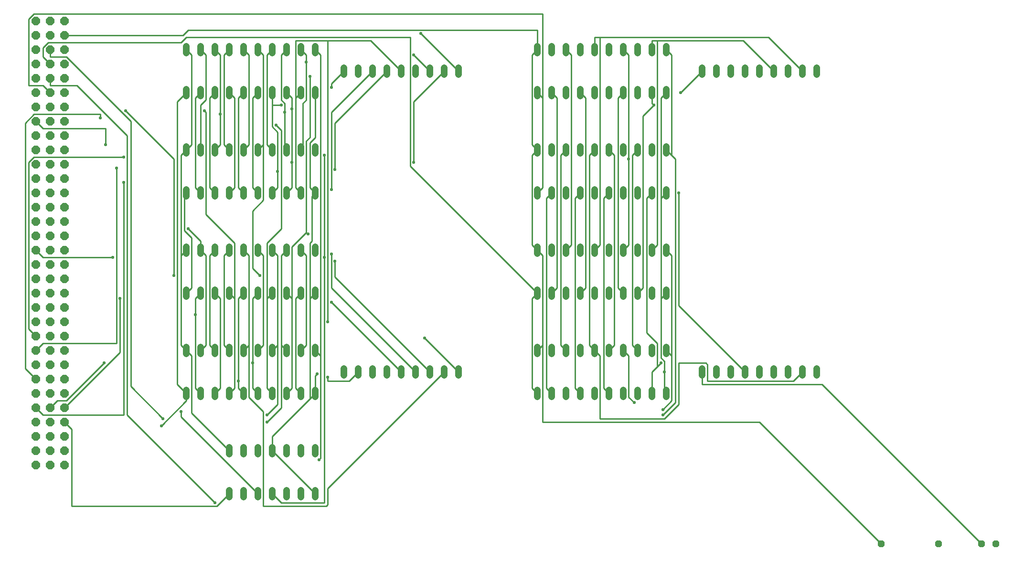
<source format=gbr>
G04 EAGLE Gerber RS-274X export*
G75*
%MOMM*%
%FSLAX34Y34*%
%LPD*%
%INBottom Copper*%
%IPPOS*%
%AMOC8*
5,1,8,0,0,1.08239X$1,22.5*%
G01*
%ADD10P,1.649562X8X202.500000*%
%ADD11P,1.319650X8X202.500000*%
%ADD12C,1.219200*%
%ADD13C,0.254000*%
%ADD14C,0.558800*%


D10*
X50800Y177800D03*
X50800Y203200D03*
X50800Y228600D03*
X50800Y254000D03*
X50800Y279400D03*
X50800Y304800D03*
X50800Y330200D03*
X50800Y355600D03*
X50800Y381000D03*
X50800Y406400D03*
X50800Y431800D03*
X50800Y457200D03*
X50800Y482600D03*
X50800Y508000D03*
X50800Y533400D03*
X50800Y558800D03*
X76200Y177800D03*
X76200Y203200D03*
X76200Y228600D03*
X76200Y254000D03*
X76200Y279400D03*
X76200Y304800D03*
X76200Y330200D03*
X76200Y355600D03*
X76200Y381000D03*
X76200Y406400D03*
X76200Y431800D03*
X76200Y457200D03*
X76200Y482600D03*
X76200Y508000D03*
X76200Y533400D03*
X76200Y558800D03*
X101600Y177800D03*
X101600Y203200D03*
X101600Y228600D03*
X101600Y254000D03*
X101600Y279400D03*
X101600Y304800D03*
X101600Y330200D03*
X101600Y355600D03*
X101600Y381000D03*
X101600Y406400D03*
X101600Y431800D03*
X101600Y457200D03*
X101600Y482600D03*
X101600Y508000D03*
X101600Y533400D03*
X101600Y558800D03*
X50800Y584200D03*
X50800Y609600D03*
X50800Y635000D03*
X50800Y660400D03*
X50800Y685800D03*
X50800Y711200D03*
X50800Y736600D03*
X50800Y762000D03*
X50800Y787400D03*
X50800Y812800D03*
X50800Y838200D03*
X50800Y863600D03*
X50800Y889000D03*
X50800Y914400D03*
X50800Y939800D03*
X50800Y965200D03*
X76200Y584200D03*
X76200Y609600D03*
X76200Y635000D03*
X76200Y660400D03*
X76200Y685800D03*
X76200Y711200D03*
X76200Y736600D03*
X76200Y762000D03*
X76200Y787400D03*
X76200Y812800D03*
X76200Y838200D03*
X76200Y863600D03*
X76200Y889000D03*
X76200Y914400D03*
X76200Y939800D03*
X76200Y965200D03*
X101600Y584200D03*
X101600Y609600D03*
X101600Y635000D03*
X101600Y660400D03*
X101600Y685800D03*
X101600Y711200D03*
X101600Y736600D03*
X101600Y762000D03*
X101600Y787400D03*
X101600Y812800D03*
X101600Y838200D03*
X101600Y863600D03*
X101600Y889000D03*
X101600Y914400D03*
X101600Y939800D03*
X101600Y965200D03*
D11*
X1752600Y38100D03*
X1727200Y38100D03*
X1651000Y38100D03*
X1549400Y38100D03*
D12*
X317500Y832104D02*
X317500Y844296D01*
X342900Y844296D02*
X342900Y832104D01*
X469900Y832104D02*
X469900Y844296D01*
X495300Y844296D02*
X495300Y832104D01*
X368300Y832104D02*
X368300Y844296D01*
X393700Y844296D02*
X393700Y832104D01*
X444500Y832104D02*
X444500Y844296D01*
X419100Y844296D02*
X419100Y832104D01*
X520700Y832104D02*
X520700Y844296D01*
X546100Y844296D02*
X546100Y832104D01*
X546100Y908304D02*
X546100Y920496D01*
X520700Y920496D02*
X520700Y908304D01*
X495300Y908304D02*
X495300Y920496D01*
X469900Y920496D02*
X469900Y908304D01*
X444500Y908304D02*
X444500Y920496D01*
X419100Y920496D02*
X419100Y908304D01*
X393700Y908304D02*
X393700Y920496D01*
X368300Y920496D02*
X368300Y908304D01*
X342900Y908304D02*
X342900Y920496D01*
X317500Y920496D02*
X317500Y908304D01*
X317500Y310896D02*
X317500Y298704D01*
X342900Y298704D02*
X342900Y310896D01*
X469900Y310896D02*
X469900Y298704D01*
X495300Y298704D02*
X495300Y310896D01*
X368300Y310896D02*
X368300Y298704D01*
X393700Y298704D02*
X393700Y310896D01*
X444500Y310896D02*
X444500Y298704D01*
X419100Y298704D02*
X419100Y310896D01*
X520700Y310896D02*
X520700Y298704D01*
X546100Y298704D02*
X546100Y310896D01*
X546100Y374904D02*
X546100Y387096D01*
X520700Y387096D02*
X520700Y374904D01*
X495300Y374904D02*
X495300Y387096D01*
X469900Y387096D02*
X469900Y374904D01*
X444500Y374904D02*
X444500Y387096D01*
X419100Y387096D02*
X419100Y374904D01*
X393700Y374904D02*
X393700Y387096D01*
X368300Y387096D02*
X368300Y374904D01*
X342900Y374904D02*
X342900Y387096D01*
X317500Y387096D02*
X317500Y374904D01*
X317500Y654304D02*
X317500Y666496D01*
X342900Y666496D02*
X342900Y654304D01*
X469900Y654304D02*
X469900Y666496D01*
X495300Y666496D02*
X495300Y654304D01*
X368300Y654304D02*
X368300Y666496D01*
X393700Y666496D02*
X393700Y654304D01*
X444500Y654304D02*
X444500Y666496D01*
X419100Y666496D02*
X419100Y654304D01*
X520700Y654304D02*
X520700Y666496D01*
X546100Y666496D02*
X546100Y654304D01*
X546100Y730504D02*
X546100Y742696D01*
X520700Y742696D02*
X520700Y730504D01*
X495300Y730504D02*
X495300Y742696D01*
X469900Y742696D02*
X469900Y730504D01*
X444500Y730504D02*
X444500Y742696D01*
X419100Y742696D02*
X419100Y730504D01*
X393700Y730504D02*
X393700Y742696D01*
X368300Y742696D02*
X368300Y730504D01*
X342900Y730504D02*
X342900Y742696D01*
X317500Y742696D02*
X317500Y730504D01*
X317500Y488696D02*
X317500Y476504D01*
X342900Y476504D02*
X342900Y488696D01*
X469900Y488696D02*
X469900Y476504D01*
X495300Y476504D02*
X495300Y488696D01*
X368300Y488696D02*
X368300Y476504D01*
X393700Y476504D02*
X393700Y488696D01*
X444500Y488696D02*
X444500Y476504D01*
X419100Y476504D02*
X419100Y488696D01*
X520700Y488696D02*
X520700Y476504D01*
X546100Y476504D02*
X546100Y488696D01*
X546100Y552704D02*
X546100Y564896D01*
X520700Y564896D02*
X520700Y552704D01*
X495300Y552704D02*
X495300Y564896D01*
X469900Y564896D02*
X469900Y552704D01*
X444500Y552704D02*
X444500Y564896D01*
X419100Y564896D02*
X419100Y552704D01*
X393700Y552704D02*
X393700Y564896D01*
X368300Y564896D02*
X368300Y552704D01*
X342900Y552704D02*
X342900Y564896D01*
X317500Y564896D02*
X317500Y552704D01*
X393700Y133096D02*
X393700Y120904D01*
X419100Y120904D02*
X419100Y133096D01*
X546100Y133096D02*
X546100Y120904D01*
X546100Y197104D02*
X546100Y209296D01*
X444500Y133096D02*
X444500Y120904D01*
X469900Y120904D02*
X469900Y133096D01*
X520700Y133096D02*
X520700Y120904D01*
X495300Y120904D02*
X495300Y133096D01*
X520700Y197104D02*
X520700Y209296D01*
X495300Y209296D02*
X495300Y197104D01*
X469900Y197104D02*
X469900Y209296D01*
X444500Y209296D02*
X444500Y197104D01*
X419100Y197104D02*
X419100Y209296D01*
X393700Y209296D02*
X393700Y197104D01*
X596900Y870204D02*
X596900Y882396D01*
X622300Y882396D02*
X622300Y870204D01*
X647700Y870204D02*
X647700Y882396D01*
X673100Y882396D02*
X673100Y870204D01*
X698500Y870204D02*
X698500Y882396D01*
X723900Y882396D02*
X723900Y870204D01*
X749300Y870204D02*
X749300Y882396D01*
X774700Y882396D02*
X774700Y870204D01*
X800100Y870204D02*
X800100Y882396D01*
X596900Y348996D02*
X596900Y336804D01*
X622300Y336804D02*
X622300Y348996D01*
X647700Y348996D02*
X647700Y336804D01*
X673100Y336804D02*
X673100Y348996D01*
X698500Y348996D02*
X698500Y336804D01*
X723900Y336804D02*
X723900Y348996D01*
X749300Y348996D02*
X749300Y336804D01*
X774700Y336804D02*
X774700Y348996D01*
X800100Y348996D02*
X800100Y336804D01*
X939800Y832104D02*
X939800Y844296D01*
X965200Y844296D02*
X965200Y832104D01*
X1092200Y832104D02*
X1092200Y844296D01*
X1117600Y844296D02*
X1117600Y832104D01*
X990600Y832104D02*
X990600Y844296D01*
X1016000Y844296D02*
X1016000Y832104D01*
X1066800Y832104D02*
X1066800Y844296D01*
X1041400Y844296D02*
X1041400Y832104D01*
X1143000Y832104D02*
X1143000Y844296D01*
X1168400Y844296D02*
X1168400Y832104D01*
X1168400Y908304D02*
X1168400Y920496D01*
X1143000Y920496D02*
X1143000Y908304D01*
X1117600Y908304D02*
X1117600Y920496D01*
X1092200Y920496D02*
X1092200Y908304D01*
X1066800Y908304D02*
X1066800Y920496D01*
X1041400Y920496D02*
X1041400Y908304D01*
X1016000Y908304D02*
X1016000Y920496D01*
X990600Y920496D02*
X990600Y908304D01*
X965200Y908304D02*
X965200Y920496D01*
X939800Y920496D02*
X939800Y908304D01*
X939800Y666496D02*
X939800Y654304D01*
X965200Y654304D02*
X965200Y666496D01*
X1092200Y666496D02*
X1092200Y654304D01*
X1117600Y654304D02*
X1117600Y666496D01*
X990600Y666496D02*
X990600Y654304D01*
X1016000Y654304D02*
X1016000Y666496D01*
X1066800Y666496D02*
X1066800Y654304D01*
X1041400Y654304D02*
X1041400Y666496D01*
X1143000Y666496D02*
X1143000Y654304D01*
X1168400Y654304D02*
X1168400Y666496D01*
X1168400Y730504D02*
X1168400Y742696D01*
X1143000Y742696D02*
X1143000Y730504D01*
X1117600Y730504D02*
X1117600Y742696D01*
X1092200Y742696D02*
X1092200Y730504D01*
X1066800Y730504D02*
X1066800Y742696D01*
X1041400Y742696D02*
X1041400Y730504D01*
X1016000Y730504D02*
X1016000Y742696D01*
X990600Y742696D02*
X990600Y730504D01*
X965200Y730504D02*
X965200Y742696D01*
X939800Y742696D02*
X939800Y730504D01*
X1231900Y870204D02*
X1231900Y882396D01*
X1257300Y882396D02*
X1257300Y870204D01*
X1282700Y870204D02*
X1282700Y882396D01*
X1308100Y882396D02*
X1308100Y870204D01*
X1333500Y870204D02*
X1333500Y882396D01*
X1358900Y882396D02*
X1358900Y870204D01*
X1384300Y870204D02*
X1384300Y882396D01*
X1409700Y882396D02*
X1409700Y870204D01*
X1435100Y870204D02*
X1435100Y882396D01*
X1231900Y348996D02*
X1231900Y336804D01*
X1257300Y336804D02*
X1257300Y348996D01*
X1282700Y348996D02*
X1282700Y336804D01*
X1308100Y336804D02*
X1308100Y348996D01*
X1333500Y348996D02*
X1333500Y336804D01*
X1358900Y336804D02*
X1358900Y348996D01*
X1384300Y348996D02*
X1384300Y336804D01*
X1409700Y336804D02*
X1409700Y348996D01*
X1435100Y348996D02*
X1435100Y336804D01*
X939800Y476504D02*
X939800Y488696D01*
X965200Y488696D02*
X965200Y476504D01*
X1092200Y476504D02*
X1092200Y488696D01*
X1117600Y488696D02*
X1117600Y476504D01*
X990600Y476504D02*
X990600Y488696D01*
X1016000Y488696D02*
X1016000Y476504D01*
X1066800Y476504D02*
X1066800Y488696D01*
X1041400Y488696D02*
X1041400Y476504D01*
X1143000Y476504D02*
X1143000Y488696D01*
X1168400Y488696D02*
X1168400Y476504D01*
X1168400Y552704D02*
X1168400Y564896D01*
X1143000Y564896D02*
X1143000Y552704D01*
X1117600Y552704D02*
X1117600Y564896D01*
X1092200Y564896D02*
X1092200Y552704D01*
X1066800Y552704D02*
X1066800Y564896D01*
X1041400Y564896D02*
X1041400Y552704D01*
X1016000Y552704D02*
X1016000Y564896D01*
X990600Y564896D02*
X990600Y552704D01*
X965200Y552704D02*
X965200Y564896D01*
X939800Y564896D02*
X939800Y552704D01*
X939800Y310896D02*
X939800Y298704D01*
X965200Y298704D02*
X965200Y310896D01*
X1092200Y310896D02*
X1092200Y298704D01*
X1117600Y298704D02*
X1117600Y310896D01*
X990600Y310896D02*
X990600Y298704D01*
X1016000Y298704D02*
X1016000Y310896D01*
X1066800Y310896D02*
X1066800Y298704D01*
X1041400Y298704D02*
X1041400Y310896D01*
X1143000Y310896D02*
X1143000Y298704D01*
X1168400Y298704D02*
X1168400Y310896D01*
X1168400Y374904D02*
X1168400Y387096D01*
X1143000Y387096D02*
X1143000Y374904D01*
X1117600Y374904D02*
X1117600Y387096D01*
X1092200Y387096D02*
X1092200Y374904D01*
X1066800Y374904D02*
X1066800Y387096D01*
X1041400Y387096D02*
X1041400Y374904D01*
X1016000Y374904D02*
X1016000Y387096D01*
X990600Y387096D02*
X990600Y374904D01*
X965200Y374904D02*
X965200Y387096D01*
X939800Y387096D02*
X939800Y374904D01*
D13*
X546100Y660400D02*
X536575Y669925D01*
X536575Y749300D01*
X546100Y758825D01*
X546100Y838200D01*
X574675Y854075D02*
X596900Y876300D01*
X574675Y854075D02*
X574675Y847725D01*
X469900Y203200D02*
X546100Y127000D01*
X469900Y228600D02*
X536575Y295275D01*
X546100Y304800D01*
X469900Y228600D02*
X469900Y203200D01*
X546100Y336550D02*
X549275Y339725D01*
X546100Y336550D02*
X546100Y304800D01*
X536575Y473075D02*
X546100Y482600D01*
X536575Y473075D02*
X536575Y295275D01*
X539750Y654050D02*
X546100Y660400D01*
X539750Y654050D02*
X539750Y574675D01*
X536575Y571500D01*
X536575Y473075D01*
X1165225Y307975D02*
X1168400Y304800D01*
X1165225Y342900D02*
X1165225Y361950D01*
X1165225Y342900D02*
X1165225Y307975D01*
X1165225Y361950D02*
X1158875Y368300D01*
X1158875Y473075D01*
X1168400Y482600D01*
X1444625Y320675D02*
X1727200Y38100D01*
X1444625Y320675D02*
X1231900Y320675D01*
X1231900Y342900D01*
X1158875Y650875D02*
X1168400Y660400D01*
X1158875Y650875D02*
X1158875Y473075D01*
X1158875Y828675D02*
X1168400Y838200D01*
X1158875Y828675D02*
X1158875Y650875D01*
X1193800Y838200D02*
X1231900Y876300D01*
D14*
X574675Y847725D03*
X549275Y339725D03*
X1165225Y342900D03*
X1193800Y838200D03*
D13*
X317500Y381000D02*
X307975Y390525D01*
X307975Y549275D01*
X317500Y558800D01*
X327025Y269875D02*
X393700Y203200D01*
X327025Y269875D02*
X327025Y371475D01*
X317500Y381000D01*
X307975Y727075D02*
X317500Y736600D01*
X307975Y727075D02*
X307975Y549275D01*
X327025Y904875D02*
X317500Y914400D01*
X327025Y904875D02*
X327025Y746125D01*
X317500Y736600D01*
X930275Y746125D02*
X939800Y736600D01*
X930275Y746125D02*
X930275Y904875D01*
X939800Y914400D01*
X949325Y390525D02*
X939800Y381000D01*
X949325Y390525D02*
X949325Y549275D01*
X939800Y558800D01*
X1333500Y254000D02*
X1549400Y38100D01*
X1333500Y254000D02*
X949325Y254000D01*
X949325Y390525D01*
X930275Y727075D02*
X939800Y736600D01*
X930275Y727075D02*
X930275Y568325D01*
X939800Y558800D01*
X311150Y939800D02*
X101600Y939800D01*
X311150Y939800D02*
X320675Y949325D01*
X939800Y949325D01*
X939800Y914400D01*
X368300Y660400D02*
X358775Y669925D01*
X358775Y828675D01*
X368300Y838200D01*
X965200Y482600D02*
X974725Y492125D01*
X974725Y828675D01*
X965200Y838200D01*
X403225Y669925D02*
X393700Y660400D01*
X403225Y669925D02*
X403225Y828675D01*
X393700Y838200D01*
X1016000Y482600D02*
X1025525Y492125D01*
X1025525Y828675D01*
X1016000Y838200D01*
X1143000Y819150D02*
X1146175Y815975D01*
X1143000Y819150D02*
X1143000Y838200D01*
X1127125Y492125D02*
X1117600Y482600D01*
X1127125Y492125D02*
X1127125Y796925D01*
X1146175Y815975D01*
X504825Y669925D02*
X495300Y660400D01*
X504825Y809625D02*
X504825Y828675D01*
X504825Y809625D02*
X504825Y714375D01*
X504825Y669925D01*
X504825Y828675D02*
X495300Y838200D01*
D14*
X1146175Y815975D03*
X504825Y714375D03*
X504825Y809625D03*
D13*
X1304925Y930275D02*
X1358900Y876300D01*
X1152525Y930275D02*
X1143000Y930275D01*
X1152525Y930275D02*
X1304925Y930275D01*
X1143000Y930275D02*
X1143000Y914400D01*
X1152525Y568325D02*
X1143000Y558800D01*
X1152525Y568325D02*
X1152525Y930275D01*
X495300Y736600D02*
X492125Y739775D01*
X492125Y803275D02*
X492125Y819150D01*
X492125Y803275D02*
X492125Y739775D01*
X492125Y819150D02*
X485775Y825500D01*
X485775Y904875D01*
X495300Y914400D01*
D14*
X492125Y803275D03*
D13*
X460375Y746125D02*
X469900Y736600D01*
X460375Y746125D02*
X460375Y904875D01*
X469900Y914400D01*
X1092200Y558800D02*
X1101725Y568325D01*
X1101725Y720725D02*
X1101725Y904875D01*
X1101725Y720725D02*
X1101725Y568325D01*
X1101725Y904875D02*
X1092200Y914400D01*
D14*
X1101725Y720725D03*
D13*
X393700Y736600D02*
X384175Y746125D01*
X384175Y904875D01*
X393700Y914400D01*
X63500Y774700D02*
X50800Y787400D01*
X63500Y774700D02*
X174625Y774700D01*
X174625Y746125D01*
X1349375Y936625D02*
X1409700Y876300D01*
X1050925Y936625D02*
X1041400Y936625D01*
X1050925Y936625D02*
X1349375Y936625D01*
X1041400Y936625D02*
X1041400Y914400D01*
X1050925Y568325D02*
X1041400Y558800D01*
X1050925Y568325D02*
X1050925Y936625D01*
D14*
X174625Y746125D03*
D13*
X1006475Y650875D02*
X1016000Y660400D01*
X1006475Y650875D02*
X1006475Y314325D01*
X1016000Y304800D01*
X403225Y314325D02*
X393700Y304800D01*
X403225Y314325D02*
X403225Y473075D01*
X393700Y482600D01*
X352425Y803275D02*
X349250Y806450D01*
X352425Y803275D02*
X352425Y622300D01*
X403225Y571500D01*
X403225Y473075D01*
D14*
X349250Y806450D03*
D13*
X1190625Y460375D02*
X1308100Y342900D01*
X1190625Y460375D02*
X1190625Y660400D01*
X1057275Y314325D02*
X1066800Y304800D01*
X1057275Y314325D02*
X1057275Y650875D01*
X1066800Y660400D01*
X469900Y304800D02*
X460375Y314325D01*
X460375Y473075D01*
X469900Y482600D01*
X485775Y771525D02*
X476250Y781050D01*
X485775Y771525D02*
X485775Y596900D01*
X460375Y571500D01*
X460375Y473075D01*
D14*
X1190625Y660400D03*
X476250Y781050D03*
D13*
X1143000Y342900D02*
X1152525Y352425D01*
X1158875Y358775D01*
X1143000Y342900D02*
X1143000Y304800D01*
X1133475Y650875D02*
X1143000Y660400D01*
X1133475Y650875D02*
X1133475Y412750D01*
X1152525Y393700D01*
X1152525Y352425D01*
X504825Y314325D02*
X495300Y304800D01*
X504825Y314325D02*
X504825Y473075D01*
X495300Y482600D01*
X536575Y758825D02*
X536575Y866775D01*
X536575Y758825D02*
X530225Y752475D01*
X530225Y590550D01*
X504825Y565150D01*
X504825Y473075D01*
X533400Y587375D02*
X530225Y590550D01*
D14*
X1158875Y358775D03*
X536575Y866775D03*
X533400Y587375D03*
D13*
X1108075Y727075D02*
X1117600Y736600D01*
X1108075Y727075D02*
X1108075Y390525D01*
X1117600Y381000D01*
X495300Y381000D02*
X485775Y390525D01*
X485775Y549275D01*
X495300Y558800D01*
X485775Y279400D02*
X460375Y254000D01*
X485775Y279400D02*
X485775Y390525D01*
D14*
X460375Y254000D03*
D13*
X469900Y381000D02*
X479425Y390525D01*
X479425Y549275D01*
X469900Y558800D01*
X479425Y285750D02*
X460375Y266700D01*
X479425Y285750D02*
X479425Y390525D01*
X1101725Y298450D02*
X1111250Y288925D01*
X1101725Y298450D02*
X1101725Y371475D01*
X1092200Y381000D01*
X1076325Y727075D02*
X1066800Y736600D01*
X1076325Y727075D02*
X1076325Y390525D01*
X1066800Y381000D01*
D14*
X460375Y266700D03*
X1111250Y288925D03*
D13*
X393700Y381000D02*
X384175Y390525D01*
X384175Y549275D01*
X393700Y558800D01*
X88900Y292100D02*
X76200Y279400D01*
X88900Y292100D02*
X104775Y292100D01*
X171450Y358775D01*
X1393825Y327025D02*
X1409700Y342900D01*
X1393825Y327025D02*
X1241425Y327025D01*
X1241425Y355600D01*
X1238250Y358775D01*
X1190625Y358775D01*
X1190625Y285750D01*
X1165225Y260350D01*
X1050925Y260350D01*
X1050925Y371475D01*
X1041400Y381000D01*
X1031875Y727075D02*
X1041400Y736600D01*
X1031875Y727075D02*
X1031875Y390525D01*
X1041400Y381000D01*
D14*
X171450Y358775D03*
D13*
X358775Y390525D02*
X368300Y381000D01*
X358775Y390525D02*
X358775Y549275D01*
X368300Y558800D01*
X981075Y727075D02*
X990600Y736600D01*
X981075Y727075D02*
X981075Y390525D01*
X990600Y381000D01*
X479425Y669925D02*
X469900Y660400D01*
X479425Y698500D02*
X479425Y768350D01*
X479425Y698500D02*
X479425Y669925D01*
X479425Y768350D02*
X469900Y777875D01*
X469900Y815975D02*
X469900Y838200D01*
X469900Y815975D02*
X469900Y777875D01*
X1082675Y492125D02*
X1092200Y482600D01*
X1082675Y492125D02*
X1082675Y828675D01*
X1092200Y838200D01*
X485775Y815975D02*
X469900Y815975D01*
D14*
X479425Y698500D03*
X485775Y815975D03*
D13*
X377825Y746125D02*
X368300Y736600D01*
X377825Y800100D02*
X377825Y904875D01*
X377825Y800100D02*
X377825Y746125D01*
X377825Y904875D02*
X368300Y914400D01*
X990600Y558800D02*
X1000125Y568325D01*
X1000125Y904875D01*
X990600Y914400D01*
D14*
X377825Y800100D03*
D13*
X955675Y650875D02*
X965200Y660400D01*
X955675Y650875D02*
X955675Y314325D01*
X965200Y304800D01*
X377825Y314325D02*
X368300Y304800D01*
X377825Y314325D02*
X377825Y473075D01*
X368300Y482600D01*
X295275Y720725D02*
X209550Y806450D01*
X295275Y720725D02*
X295275Y514350D01*
D14*
X209550Y806450D03*
X295275Y514350D03*
D13*
X342900Y660400D02*
X333375Y669925D01*
X333375Y828675D01*
X342900Y838200D01*
X409575Y669925D02*
X419100Y660400D01*
X409575Y669925D02*
X409575Y828675D01*
X419100Y838200D01*
X574675Y803275D02*
X647700Y876300D01*
X574675Y803275D02*
X574675Y666750D01*
D14*
X574675Y666750D03*
D13*
X444500Y660400D02*
X434975Y669925D01*
X434975Y828675D01*
X444500Y838200D01*
X581025Y784225D02*
X673100Y876300D01*
X581025Y784225D02*
X581025Y701675D01*
X63500Y266700D02*
X50800Y279400D01*
X63500Y266700D02*
X206375Y266700D01*
X206375Y679450D01*
D14*
X581025Y701675D03*
X206375Y679450D03*
D13*
X511175Y669925D02*
X520700Y660400D01*
X511175Y669925D02*
X511175Y828675D01*
X520700Y838200D01*
X644525Y930275D02*
X698500Y876300D01*
X568325Y930275D02*
X511175Y930275D01*
X568325Y930275D02*
X644525Y930275D01*
X511175Y930275D02*
X511175Y828675D01*
X568325Y930275D02*
X568325Y431800D01*
D14*
X568325Y431800D03*
D13*
X520700Y736600D02*
X523875Y739775D01*
X523875Y819150D01*
X530225Y825500D01*
X530225Y892175D02*
X530225Y904875D01*
X530225Y892175D02*
X530225Y825500D01*
X530225Y904875D02*
X520700Y914400D01*
X31750Y349250D02*
X50800Y330200D01*
X31750Y349250D02*
X31750Y784225D01*
X47625Y800100D01*
X165100Y800100D01*
X165100Y793750D01*
D14*
X530225Y892175D03*
X165100Y793750D03*
D13*
X444500Y736600D02*
X454025Y746125D01*
X454025Y904875D01*
X444500Y914400D01*
X720725Y904875D02*
X749300Y876300D01*
X434975Y527050D02*
X447675Y514350D01*
X434975Y527050D02*
X434975Y628650D01*
X454025Y647700D01*
X454025Y746125D01*
D14*
X720725Y904875D03*
X447675Y514350D03*
D13*
X419100Y736600D02*
X428625Y746125D01*
X428625Y904875D01*
X419100Y914400D01*
X720725Y822325D02*
X774700Y876300D01*
X720725Y822325D02*
X720725Y714375D01*
X63500Y393700D02*
X50800Y381000D01*
X63500Y393700D02*
X193675Y393700D01*
X193675Y704850D01*
D14*
X720725Y714375D03*
X193675Y704850D03*
D13*
X342900Y736600D02*
X342900Y815975D01*
X352425Y825500D01*
X352425Y904875D01*
X342900Y914400D01*
X733425Y942975D02*
X800100Y876300D01*
X50800Y406400D02*
X38100Y419100D01*
X38100Y714375D01*
X47625Y723900D01*
X206375Y723900D01*
D14*
X733425Y942975D03*
X206375Y723900D03*
D13*
X333375Y314325D02*
X342900Y304800D01*
X333375Y444500D02*
X333375Y473075D01*
X333375Y444500D02*
X333375Y314325D01*
X333375Y473075D02*
X342900Y482600D01*
X606425Y327025D02*
X622300Y342900D01*
X606425Y327025D02*
X568325Y327025D01*
X568325Y333375D01*
D14*
X568325Y333375D03*
X333375Y444500D03*
D13*
X409575Y314325D02*
X419100Y304800D01*
X409575Y327025D02*
X409575Y473075D01*
X409575Y327025D02*
X409575Y314325D01*
X409575Y473075D02*
X419100Y482600D01*
D14*
X409575Y327025D03*
D13*
X434975Y314325D02*
X444500Y304800D01*
X434975Y358775D02*
X434975Y473075D01*
X434975Y358775D02*
X434975Y314325D01*
X434975Y473075D02*
X444500Y482600D01*
D14*
X434975Y358775D03*
D13*
X511175Y314325D02*
X520700Y304800D01*
X511175Y314325D02*
X511175Y473075D01*
X520700Y482600D01*
X574675Y466725D02*
X698500Y342900D01*
D14*
X574675Y466725D03*
D13*
X530225Y390525D02*
X520700Y381000D01*
X530225Y390525D02*
X530225Y549275D01*
X520700Y558800D01*
X574675Y492125D02*
X723900Y342900D01*
X574675Y492125D02*
X574675Y552450D01*
D14*
X574675Y552450D03*
D13*
X454025Y390525D02*
X444500Y381000D01*
X454025Y390525D02*
X454025Y549275D01*
X444500Y558800D01*
X581025Y511175D02*
X749300Y342900D01*
X581025Y511175D02*
X581025Y539750D01*
X63500Y546100D02*
X50800Y558800D01*
X63500Y546100D02*
X187325Y546100D01*
D14*
X581025Y539750D03*
X187325Y546100D03*
D13*
X419100Y381000D02*
X428625Y390525D01*
X428625Y549275D01*
X419100Y558800D01*
X774700Y342900D02*
X568325Y136525D01*
X568325Y107950D01*
X565150Y104775D01*
X454025Y104775D01*
X454025Y273050D01*
X428625Y298450D01*
X428625Y390525D01*
X352425Y390525D02*
X342900Y381000D01*
X352425Y390525D02*
X352425Y549275D01*
X342900Y558800D01*
X739775Y403225D02*
X800100Y342900D01*
X342900Y574675D02*
X320675Y596900D01*
X342900Y574675D02*
X342900Y558800D01*
D14*
X739775Y403225D03*
X320675Y596900D03*
D13*
X939800Y660400D02*
X949325Y669925D01*
X949325Y828675D01*
X939800Y838200D01*
X76200Y838200D02*
X63500Y850900D01*
X38100Y850900D01*
X38100Y968375D01*
X47625Y977900D01*
X949325Y977900D01*
X949325Y828675D01*
X930275Y314325D02*
X939800Y304800D01*
X930275Y314325D02*
X930275Y473075D01*
X939800Y482600D01*
X76200Y889000D02*
X63500Y901700D01*
X63500Y917575D01*
X73025Y927100D01*
X307975Y927100D01*
X317500Y936625D01*
X714375Y936625D01*
X714375Y708025D01*
X939800Y482600D01*
X317500Y304800D02*
X301625Y320675D01*
X301625Y822325D01*
X317500Y838200D01*
X317500Y292100D02*
X273050Y247650D01*
X317500Y292100D02*
X317500Y304800D01*
D14*
X273050Y247650D03*
D13*
X393700Y127000D02*
X371475Y104775D01*
X114300Y104775D01*
X114300Y241300D01*
X101600Y254000D01*
X317500Y482600D02*
X327025Y492125D01*
X327025Y581025D01*
X314325Y593725D01*
X314325Y657225D01*
X317500Y660400D01*
X200025Y377825D02*
X101600Y279400D01*
X200025Y377825D02*
X200025Y473075D01*
D14*
X200025Y473075D03*
D13*
X307975Y263525D02*
X444500Y127000D01*
X307975Y263525D02*
X307975Y273050D01*
D14*
X307975Y273050D03*
D13*
X212725Y266700D02*
X368300Y111125D01*
X212725Y266700D02*
X212725Y762000D01*
X123825Y850900D01*
X76200Y850900D01*
X76200Y863600D01*
D14*
X368300Y111125D03*
D13*
X276225Y260350D02*
X219075Y317500D01*
X219075Y787400D01*
X104775Y901700D01*
X76200Y901700D01*
X76200Y914400D01*
D14*
X276225Y260350D03*
D13*
X552450Y187325D02*
X555625Y190500D01*
X555625Y371475D01*
X546100Y381000D01*
X555625Y904875D02*
X546100Y914400D01*
X555625Y904875D02*
X555625Y371475D01*
D14*
X552450Y187325D03*
D13*
X485775Y111125D02*
X469900Y127000D01*
X485775Y111125D02*
X561975Y111125D01*
X561975Y546100D01*
X561975Y727075D01*
D14*
X561975Y546100D03*
X561975Y727075D03*
D13*
X1162050Y266700D02*
X1184275Y288925D01*
X1184275Y720725D01*
X1177925Y727075D02*
X1168400Y736600D01*
X1177925Y727075D02*
X1184275Y720725D01*
X1177925Y904875D02*
X1168400Y914400D01*
X1177925Y904875D02*
X1177925Y727075D01*
D14*
X1162050Y266700D03*
D13*
X1162050Y276225D02*
X1177925Y292100D01*
X1177925Y371475D01*
X1168400Y381000D01*
X1177925Y549275D02*
X1168400Y558800D01*
X1177925Y549275D02*
X1177925Y371475D01*
D14*
X1162050Y276225D03*
M02*

</source>
